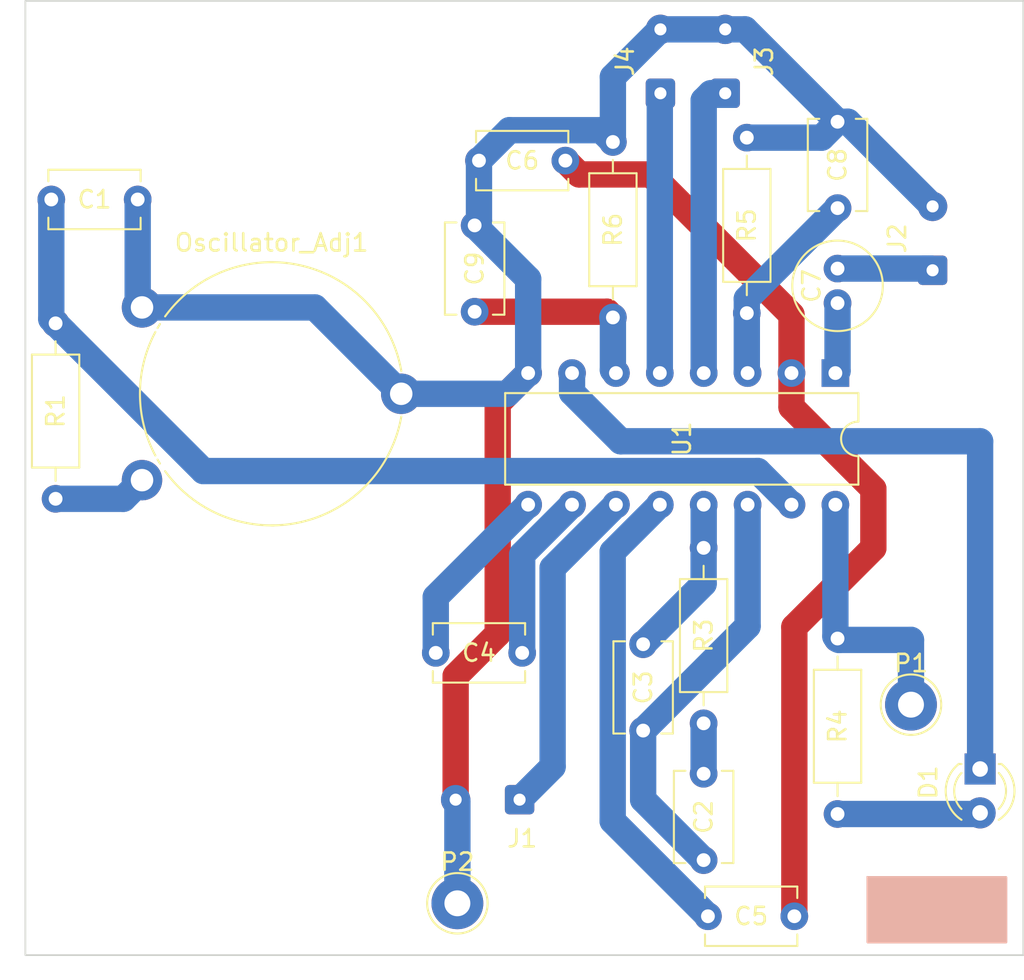
<source format=kicad_pcb>
(kicad_pcb (version 20211014) (generator pcbnew)
  (layers (0 "F.Cu" signal) (31 "B.Cu" signal) (34 "B.Paste" user) (35 "F.Paste" user) (36 "B.SilkS" user "B.Silkscreen") (37 "F.SilkS" user "F.Silkscreen") (38 "B.Mask" user) (39 "F.Mask" user) (44 "Edge.Cuts" user))
  (net 0 "")
  (net 1 "Net-(U1-Pad7)")
  (net 2 "Net-(R4-Pad2)")
  (net 3 "Net-(U1-Pad15)")
  (net 4 "Net-(Oscillator_Adj1-Pad1)")
  (net 5 "Net-(C3-Pad1)")
  (net 6 "Net-(U1-Pad13)")
  (net 7 "Net-(U1-Pad3)")
  (net 8 "GND")
  (net 9 "Net-(U1-Pad6)")
  (net 10 "Net-(U1-Pad1)")
  (net 11 "Net-(U1-Pad2)")
  (net 12 "Net-(U1-Pad4)")
  (net 13 "Net-(U1-Pad5)")
  (net 14 "Net-(U1-Pad9)")
  (net 15 "Net-(U1-Pad10)")
  (net 16 "Net-(U1-Pad11)")
  (net 17 "Net-(U1-Pad12)")
  (net 18 "Net-(C2-Pad1)")
  (net 19 "Net-(C7-Pad2)")
  (net 20 "Net-(P1-Pad1)")
  (footprint "Capacitor_THT:C_Disc_D5.1mm_W3.2mm_P5.00mm" (layer "F.Cu") (at 110.5 130 -90)
    (fp_text reference "C2" (at 2.5 0 90) (layer "F.SilkS"))
    (fp_text value "0.47uF")
    (fp_line (start 5.17 -1.721) (end 5.17 -1.055) (layer "F.SilkS") (width 0.12))
    (fp_line (start -0.17 -1.721) (end 5.17 -1.721) (layer "F.SilkS") (width 0.12))
    (fp_line (start -0.17 1.055) (end -0.17 1.721) (layer "F.SilkS") (width 0.12))
    (fp_line (start -0.17 1.721) (end 5.17 1.721) (layer "F.SilkS") (width 0.12))
    (fp_line (start -0.17 -1.721) (end -0.17 -1.055) (layer "F.SilkS") (width 0.12))
    (fp_line (start 5.17 1.055) (end 5.17 1.721) (layer "F.SilkS") (width 0.12))
    (pad "1" thru_hole circle (at 0 0 270) (size 1.6 1.6) (drill 0.8) (layers *.Cu *.Mask) (net 18 "Net-(C2-Pad1)"))
    (pad "2" thru_hole circle (at 5 0 270) (size 1.6 1.6) (drill 0.8) (layers *.Cu *.Mask) (net 5 "Net-(C3-Pad1)"))
  )
  (footprint "Capacitor_THT:C_Disc_D5.1mm_W3.2mm_P5.00mm" (layer "F.Cu") (at 97.25 103.25 90)
    (fp_text reference "C9" (at 2.5 0 90) (layer "F.SilkS"))
    (fp_text value "0.022uF")
    (fp_line (start -0.17 1.721) (end 5.17 1.721) (layer "F.SilkS") (width 0.12))
    (fp_line (start 5.17 -1.721) (end 5.17 -1.055) (layer "F.SilkS") (width 0.12))
    (fp_line (start -0.17 -1.721) (end -0.17 -1.055) (layer "F.SilkS") (width 0.12))
    (fp_line (start 5.17 1.055) (end 5.17 1.721) (layer "F.SilkS") (width 0.12))
    (fp_line (start -0.17 -1.721) (end 5.17 -1.721) (layer "F.SilkS") (width 0.12))
    (fp_line (start -0.17 1.055) (end -0.17 1.721) (layer "F.SilkS") (width 0.12))
    (pad "1" thru_hole circle (at 0 0 90) (size 1.6 1.6) (drill 0.8) (layers *.Cu *.Mask) (net 9 "Net-(U1-Pad6)"))
    (pad "2" thru_hole circle (at 5 0 90) (size 1.6 1.6) (drill 0.8) (layers *.Cu *.Mask) (net 8 "GND"))
  )
  (footprint "Capacitor_THT:C_Disc_D5.1mm_W3.2mm_P5.00mm" (layer "F.Cu") (at 72.75 96.75)
    (fp_text reference "C1" (at 2.5 0) (layer "F.SilkS"))
    (fp_text value "390pF")
    (fp_line (start -0.17 -1.721) (end -0.17 -1.055) (layer "F.SilkS") (width 0.12))
    (fp_line (start -0.17 1.055) (end -0.17 1.721) (layer "F.SilkS") (width 0.12))
    (fp_line (start -0.17 -1.721) (end 5.17 -1.721) (layer "F.SilkS") (width 0.12))
    (fp_line (start 5.17 1.055) (end 5.17 1.721) (layer "F.SilkS") (width 0.12))
    (fp_line (start 5.17 -1.721) (end 5.17 -1.055) (layer "F.SilkS") (width 0.12))
    (fp_line (start -0.17 1.721) (end 5.17 1.721) (layer "F.SilkS") (width 0.12))
    (pad "1" thru_hole circle (at 0 0) (size 1.6 1.6) (drill 0.8) (layers *.Cu *.Mask) (net 3 "Net-(U1-Pad15)"))
    (pad "2" thru_hole circle (at 5 0) (size 1.6 1.6) (drill 0.8) (layers *.Cu *.Mask) (net 8 "GND"))
  )
  (footprint "LED_THT:LED_D3.0mm" (layer "F.Cu") (at 126.5 129.725 -90)
    (fp_text reference "D1" (at 0.775 3 90) (layer "F.SilkS"))
    (fp_text value "LED")
    (fp_line (start -0.29 1.08) (end -0.29 1.236) (layer "F.SilkS") (width 0.12))
    (fp_line (start -0.29 -1.236) (end -0.29 -1.08) (layer "F.SilkS") (width 0.12))
    (fp_arc (start 0.229039 -1.08) (mid 1.270117 -1.5) (end 2.31113 -1.079837) (layer "F.SilkS") (width 0.12))
    (fp_arc (start 2.942335 1.078608) (mid 1.366487 1.987659) (end -0.29 1.235516) (layer "F.SilkS") (width 0.12))
    (fp_arc (start -0.29 -1.235516) (mid 1.366487 -1.987659) (end 2.942335 -1.078608) (layer "F.SilkS") (width 0.12))
    (fp_arc (start 2.31113 1.079837) (mid 1.270117 1.5) (end 0.229039 1.08) (layer "F.SilkS") (width 0.12))
    (pad "1" thru_hole rect (at 0 0 270) (size 1.8 1.8) (drill 0.9) (layers *.Cu *.Mask) (net 1 "Net-(U1-Pad7)"))
    (pad "2" thru_hole circle (at 2.54 0 270) (size 1.8 1.8) (drill 0.9) (layers *.Cu *.Mask) (net 2 "Net-(R4-Pad2)"))
  )
  (footprint "Resistor_THT:R_Axial_DIN0207_L6.3mm_D2.5mm_P10.16mm_Horizontal" (layer "F.Cu") (at 105.25 103.58 90)
    (fp_text reference "R6" (at 5.08 0 90) (layer "F.SilkS"))
    (fp_text value "3.9K")
    (fp_line (start 1.81 -1.37) (end 1.81 1.37) (layer "F.SilkS") (width 0.12))
    (fp_line (start 9.12 0) (end 8.35 0) (layer "F.SilkS") (width 0.12))
    (fp_line (start 1.81 1.37) (end 8.35 1.37) (layer "F.SilkS") (width 0.12))
    (fp_line (start 8.35 -1.37) (end 1.81 -1.37) (layer "F.SilkS") (width 0.12))
    (fp_line (start 8.35 1.37) (end 8.35 -1.37) (layer "F.SilkS") (width 0.12))
    (fp_line (start 1.04 0) (end 1.81 0) (layer "F.SilkS") (width 0.12))
    (pad "1" thru_hole circle (at 0 0 90) (size 1.6 1.6) (drill 0.8) (layers *.Cu *.Mask) (net 9 "Net-(U1-Pad6)"))
    (pad "2" thru_hole oval (at 10.16 0 90) (size 1.6 1.6) (drill 0.8) (layers *.Cu *.Mask) (net 8 "GND"))
  )
  (footprint "Resistor_THT:R_Axial_DIN0207_L6.3mm_D2.5mm_P10.16mm_Horizontal" (layer "F.Cu") (at 118.25 122.17 -90)
    (fp_text reference "R4" (at 5.08 0 90) (layer "F.SilkS"))
    (fp_text value "1K")
    (fp_line (start 1.81 1.37) (end 8.35 1.37) (layer "F.SilkS") (width 0.12))
    (fp_line (start 8.35 -1.37) (end 1.81 -1.37) (layer "F.SilkS") (width 0.12))
    (fp_line (start 8.35 1.37) (end 8.35 -1.37) (layer "F.SilkS") (width 0.12))
    (fp_line (start 1.04 0) (end 1.81 0) (layer "F.SilkS") (width 0.12))
    (fp_line (start 1.81 -1.37) (end 1.81 1.37) (layer "F.SilkS") (width 0.12))
    (fp_line (start 9.12 0) (end 8.35 0) (layer "F.SilkS") (width 0.12))
    (pad "1" thru_hole circle (at 0 0 270) (size 1.6 1.6) (drill 0.8) (layers *.Cu *.Mask) (net 20 "Net-(P1-Pad1)"))
    (pad "2" thru_hole oval (at 10.16 0 270) (size 1.6 1.6) (drill 0.8) (layers *.Cu *.Mask) (net 2 "Net-(R4-Pad2)"))
  )
  (footprint "Resistor_THT:R_Axial_DIN0207_L6.3mm_D2.5mm_P10.16mm_Horizontal" (layer "F.Cu") (at 73 103.92 -90)
    (fp_text reference "R1" (at 5.08 0 90) (layer "F.SilkS"))
    (fp_text value "21K")
    (fp_line (start 9.12 0) (end 8.35 0) (layer "F.SilkS") (width 0.12))
    (fp_line (start 1.81 -1.37) (end 1.81 1.37) (layer "F.SilkS") (width 0.12))
    (fp_line (start 8.35 1.37) (end 8.35 -1.37) (layer "F.SilkS") (width 0.12))
    (fp_line (start 1.81 1.37) (end 8.35 1.37) (layer "F.SilkS") (width 0.12))
    (fp_line (start 8.35 -1.37) (end 1.81 -1.37) (layer "F.SilkS") (width 0.12))
    (fp_line (start 1.04 0) (end 1.81 0) (layer "F.SilkS") (width 0.12))
    (pad "1" thru_hole circle (at 0 0 270) (size 1.6 1.6) (drill 0.8) (layers *.Cu *.Mask) (net 3 "Net-(U1-Pad15)"))
    (pad "2" thru_hole oval (at 10.16 0 270) (size 1.6 1.6) (drill 0.8) (layers *.Cu *.Mask) (net 4 "Net-(Oscillator_Adj1-Pad1)"))
  )
  (footprint "Capacitor_THT:C_Disc_D5.1mm_W3.2mm_P5.00mm" (layer "F.Cu") (at 95 123)
    (fp_text reference "C4" (at 2.5 0) (layer "F.SilkS"))
    (fp_text value "0.33uF")
    (fp_line (start -0.17 1.721) (end 5.17 1.721) (layer "F.SilkS") (width 0.12))
    (fp_line (start 5.17 1.055) (end 5.17 1.721) (layer "F.SilkS") (width 0.12))
    (fp_line (start -0.17 1.055) (end -0.17 1.721) (layer "F.SilkS") (width 0.12))
    (fp_line (start -0.17 -1.721) (end -0.17 -1.055) (layer "F.SilkS") (width 0.12))
    (fp_line (start 5.17 -1.721) (end 5.17 -1.055) (layer "F.SilkS") (width 0.12))
    (fp_line (start -0.17 -1.721) (end 5.17 -1.721) (layer "F.SilkS") (width 0.12))
    (pad "1" thru_hole circle (at 0 0) (size 1.6 1.6) (drill 0.8) (layers *.Cu *.Mask) (net 14 "Net-(U1-Pad9)"))
    (pad "2" thru_hole circle (at 5 0) (size 1.6 1.6) (drill 0.8) (layers *.Cu *.Mask) (net 15 "Net-(U1-Pad10)"))
  )
  (footprint "Capacitor_THT:C_Radial_D5.0mm_H11.0mm_P2.00mm" (layer "F.Cu") (at 118.25 102.75 90)
    (fp_text reference "C7" (at 1 -1.5 90) (layer "F.SilkS"))
    (fp_text value "2uF 16V")
    (fp_circle (center 1 0) (end 3.62 0) (layer "F.SilkS") (width 0.12) (fill none))
    (pad "1" thru_hole circle (at 0 0 90) (size 1.6 1.6) (drill 0.8) (layers *.Cu *.Mask) (net 10 "Net-(U1-Pad1)"))
    (pad "2" thru_hole circle (at 2 0 90) (size 1.6 1.6) (drill 0.8) (layers *.Cu *.Mask) (net 19 "Net-(C7-Pad2)"))
  )
  (footprint "TestPoint:TestPoint_THTPad_D3.0mm_Drill1.5mm" (layer "F.Cu") (at 122.5 126)
    (fp_text reference "P1" (at 0 -2.398) (layer "F.SilkS"))
    (fp_text value "+5V")
    (fp_circle (center 0 0) (end 0 1.75) (layer "F.SilkS") (width 0.12) (fill none))
    (pad "1" thru_hole circle (at 0 0) (size 3 3) (drill 1.5) (layers *.Cu *.Mask) (net 20 "Net-(P1-Pad1)"))
  )
  (footprint "Capacitor_THT:C_Disc_D5.1mm_W3.2mm_P5.00mm" (layer "F.Cu") (at 102.5 94.5 180)
    (fp_text reference "C6" (at 2.5 0) (layer "F.SilkS"))
    (fp_text value "0.0025uF")
    (fp_line (start -0.17 -1.721) (end -0.17 -1.055) (layer "F.SilkS") (width 0.12))
    (fp_line (start 5.17 -1.721) (end 5.17 -1.055) (layer "F.SilkS") (width 0.12))
    (fp_line (start 5.17 1.055) (end 5.17 1.721) (layer "F.SilkS") (width 0.12))
    (fp_line (start -0.17 1.055) (end -0.17 1.721) (layer "F.SilkS") (width 0.12))
    (fp_line (start -0.17 -1.721) (end 5.17 -1.721) (layer "F.SilkS") (width 0.12))
    (fp_line (start -0.17 1.721) (end 5.17 1.721) (layer "F.SilkS") (width 0.12))
    (pad "1" thru_hole circle (at 0 0 180) (size 1.6 1.6) (drill 0.8) (layers *.Cu *.Mask) (net 11 "Net-(U1-Pad2)"))
    (pad "2" thru_hole circle (at 5 0 180) (size 1.6 1.6) (drill 0.8) (layers *.Cu *.Mask) (net 8 "GND"))
  )
  (footprint "TestPoint:TestPoint_THTPad_D3.0mm_Drill1.5mm" (layer "F.Cu") (at 96.25 137.5)
    (fp_text reference "P2" (at 0 -2.398) (layer "F.SilkS"))
    (fp_text value "GND")
    (fp_circle (center 0 0) (end 0 1.75) (layer "F.SilkS") (width 0.12) (fill none))
    (pad "1" thru_hole circle (at 0 0) (size 3 3) (drill 1.5) (layers *.Cu *.Mask) (net 8 "GND"))
  )
  (footprint "Resistor_THT:R_Axial_DIN0207_L6.3mm_D2.5mm_P10.16mm_Horizontal" (layer "F.Cu") (at 110.5 127.08 90)
    (fp_text reference "R3" (at 5.08 0 90) (layer "F.SilkS"))
    (fp_text value "3.3K")
    (fp_line (start 1.81 1.37) (end 8.35 1.37) (layer "F.SilkS") (width 0.12))
    (fp_line (start 8.35 1.37) (end 8.35 -1.37) (layer "F.SilkS") (width 0.12))
    (fp_line (start 9.12 0) (end 8.35 0) (layer "F.SilkS") (width 0.12))
    (fp_line (start 8.35 -1.37) (end 1.81 -1.37) (layer "F.SilkS") (width 0.12))
    (fp_line (start 1.04 0) (end 1.81 0) (layer "F.SilkS") (width 0.12))
    (fp_line (start 1.81 -1.37) (end 1.81 1.37) (layer "F.SilkS") (width 0.12))
    (pad "1" thru_hole circle (at 0 0 90) (size 1.6 1.6) (drill 0.8) (layers *.Cu *.Mask) (net 18 "Net-(C2-Pad1)"))
    (pad "2" thru_hole oval (at 10.16 0 90) (size 1.6 1.6) (drill 0.8) (layers *.Cu *.Mask) (net 6 "Net-(U1-Pad13)"))
  )
  (footprint "Capacitor_THT:C_Disc_D5.1mm_W3.2mm_P5.00mm" (layer "F.Cu") (at 118.25 97.25 90)
    (fp_text reference "C8" (at 2.5 0 90) (layer "F.SilkS"))
    (fp_text value "0.022uF")
    (fp_line (start -0.17 -1.721) (end -0.17 -1.055) (layer "F.SilkS") (width 0.12))
    (fp_line (start -0.17 1.055) (end -0.17 1.721) (layer "F.SilkS") (width 0.12))
    (fp_line (start 5.17 1.055) (end 5.17 1.721) (layer "F.SilkS") (width 0.12))
    (fp_line (start 5.17 -1.721) (end 5.17 -1.055) (layer "F.SilkS") (width 0.12))
    (fp_line (start -0.17 -1.721) (end 5.17 -1.721) (layer "F.SilkS") (width 0.12))
    (fp_line (start -0.17 1.721) (end 5.17 1.721) (layer "F.SilkS") (width 0.12))
    (pad "1" thru_hole circle (at 0 0 90) (size 1.6 1.6) (drill 0.8) (layers *.Cu *.Mask) (net 7 "Net-(U1-Pad3)"))
    (pad "2" thru_hole circle (at 5 0 90) (size 1.6 1.6) (drill 0.8) (layers *.Cu *.Mask) (net 8 "GND"))
  )
  (footprint "Connector_Wire:SolderWire-0.127sqmm_1x02_P3.7mm_D0.48mm_OD1mm" (layer "F.Cu") (at 123.75 100.85 90)
    (fp_text reference "J2" (at 1.85 -2.05 90) (layer "F.SilkS"))
    (fp_text value "Input")
    (pad "1" thru_hole roundrect (at 0 0 90) (size 1.7 1.7) (drill 0.7) (layers *.Cu *.Mask) (roundrect_rratio 0.1470588235) (net 19 "Net-(C7-Pad2)"))
    (pad "2" thru_hole circle (at 3.7 0 90) (size 1.7 1.7) (drill 0.7) (layers *.Cu *.Mask) (net 8 "GND"))
  )
  (footprint "Connector_Wire:SolderWire-0.127sqmm_1x02_P3.7mm_D0.48mm_OD1mm" (layer "F.Cu") (at 111.75 90.6 90)
    (fp_text reference "J3" (at 1.85 2.25 90) (layer "F.SilkS"))
    (fp_text value "Left")
    (pad "1" thru_hole roundrect (at 0 0 90) (size 1.7 1.7) (drill 0.7) (layers *.Cu *.Mask) (roundrect_rratio 0.1470588235) (net 12 "Net-(U1-Pad4)"))
    (pad "2" thru_hole circle (at 3.7 0 90) (size 1.7 1.7) (drill 0.7) (layers *.Cu *.Mask) (net 8 "GND"))
  )
  (footprint "Package_DIP:DIP-16_W7.62mm" (layer "F.Cu") (at 118.125 106.8 -90)
    (fp_text reference "U1" (at 3.81 8.875 90) (layer "F.SilkS"))
    (fp_text value "LM1800")
    (fp_line (start 2.81 -1.33) (end 1.16 -1.33) (layer "F.SilkS") (width 0.12))
    (fp_line (start 6.46 -1.33) (end 4.81 -1.33) (layer "F.SilkS") (width 0.12))
    (fp_line (start 6.46 19.11) (end 6.46 -1.33) (layer "F.SilkS") (width 0.12))
    (fp_line (start 1.16 -1.33) (end 1.16 19.11) (layer "F.SilkS") (width 0.12))
    (fp_line (start 1.16 19.11) (end 6.46 19.11) (layer "F.SilkS") (width 0.12))
    (fp_arc (start 4.81 -1.33) (mid 3.81 -0.33) (end 2.81 -1.33) (layer "F.SilkS") (width 0.12))
    (pad "1" thru_hole rect (at 0 0 270) (size 1.6 1.6) (drill 0.8) (layers *.Cu *.Mask) (net 10 "Net-(U1-Pad1)"))
    (pad "2" thru_hole oval (at 0 2.54 270) (size 1.6 1.6) (drill 0.8) (layers *.Cu *.Mask) (net 11 "Net-(U1-Pad2)"))
    (pad "3" thru_hole oval (at 0 5.08 270) (size 1.6 1.6) (drill 0.8) (layers *.Cu *.Mask) (net 7 "Net-(U1-Pad3)"))
    (pad "4" thru_hole oval (at 0 7.62 270) (size 1.6 1.6) (drill 0.8) (layers *.Cu *.Mask) (net 12 "Net-(U1-Pad4)"))
    (pad "5" thru_hole oval (at 0 10.16 270) (size 1.6 1.6) (drill 0.8) (layers *.Cu *.Mask) (net 13 "Net-(U1-Pad5)"))
    (pad "6" thru_hole oval (at 0 12.7 270) (size 1.6 1.6) (drill 0.8) (layers *.Cu *.Mask) (net 9 "Net-(U1-Pad6)"))
    (pad "7" thru_hole oval (at 0 15.24 270) (size 1.6 1.6) (drill 0.8) (layers *.Cu *.Mask) (net 1 "Net-(U1-Pad7)"))
    (pad "8" thru_hole oval (at 0 17.78 270) (size 1.6 1.6) (drill 0.8) (layers *.Cu *.Mask) (net 8 "GND"))
    (pad "9" thru_hole oval (at 7.62 17.78 270) (size 1.6 1.6) (drill 0.8) (layers *.Cu *.Mask) (net 14 "Net-(U1-Pad9)"))
    (pad "10" thru_hole oval (at 7.62 15.24 270) (size 1.6 1.6) (drill 0.8) (layers *.Cu *.Mask) (net 15 "Net-(U1-Pad10)"))
    (pad "11" thru_hole oval (at 7.62 12.7 270) (size 1.6 1.6) (drill 0.8) (layers *.Cu *.Mask) (net 16 "Net-(U1-Pad11)"))
    (pad "12" thru_hole oval (at 7.62 10.16 270) (size 1.6 1.6) (drill 0.8) (layers *.Cu *.Mask) (net 17 "Net-(U1-Pad12)"))
    (pad "13" thru_hole oval (at 7.62 7.62 270) (size 1.6 1.6) (drill 0.8) (layers *.Cu *.Mask) (net 6 "Net-(U1-Pad13)"))
    (pad "14" thru_hole oval (at 7.62 5.08 270) (size 1.6 1.6) (drill 0.8) (layers *.Cu *.Mask) (net 5 "Net-(C3-Pad1)"))
    (pad "15" thru_hole oval (at 7.62 2.54 270) (size 1.6 1.6) (drill 0.8) (layers *.Cu *.Mask) (net 3 "Net-(U1-Pad15)"))
    (pad "16" thru_hole oval (at 7.62 0 270) (size 1.6 1.6) (drill 0.8) (layers *.Cu *.Mask) (net 20 "Net-(P1-Pad1)"))
  )
  (footprint "Potentiometer_THT:Potentiometer_Piher_PT-15-V15_Vertical" (layer "F.Cu") (at 78 113)
    (fp_text reference "Oscillator_Adj1" (at 7.5 -13.75) (layer "F.SilkS"))
    (fp_text value "5K")
    (fp_arc (start 1.037952 -0.963019) (mid 0.968481 -1.076412) (end 0.901 -1.191) (layer "F.SilkS") (width 0.12))
    (fp_arc (start 0.902012 -8.810055) (mid 0.969511 -8.924626) (end 1.039 -9.038) (layer "F.SilkS") (width 0.12))
    (fp_arc (start 1.335622 -9.480307) (mid 9.21553 -12.424935) (end 15.005 -6.322) (layer "F.SilkS") (width 0.12))
    (fp_arc (start 15.004235 -3.676801) (mid 12.398042 0.837259) (end 7.5 2.62) (layer "F.SilkS") (width 0.12))
    (fp_arc (start 0.772013 -1.423856) (mid -0.119358 -5.001051) (end 0.773 -8.578) (layer "F.SilkS") (width 0.12))
    (fp_arc (start 7.632064 2.618548) (mid 4.099288 1.818715) (end 1.335 -0.522) (layer "F.SilkS") (width 0.12))
    (pad "1" thru_hole circle (at 0 0) (size 2.34 2.34) (drill 1.3) (layers *.Cu *.Mask) (net 4 "Net-(Oscillator_Adj1-Pad1)"))
    (pad "2" thru_hole circle (at 15 -5) (size 2.34 2.34) (drill 1.3) (layers *.Cu *.Mask) (net 8 "GND"))
    (pad "3" thru_hole circle (at 0 -10) (size 2.34 2.34) (drill 1.3) (layers *.Cu *.Mask) (net 8 "GND"))
  )
  (footprint "Connector_Wire:SolderWire-0.127sqmm_1x02_P3.7mm_D0.48mm_OD1mm" (layer "F.Cu") (at 108 90.6 90)
    (fp_text reference "J4" (at 1.85 -2.05 90) (layer "F.SilkS"))
    (fp_text value "Right")
    (pad "1" thru_hole roundrect (at 0 0 90) (size 1.7 1.7) (drill 0.7) (layers *.Cu *.Mask) (roundrect_rratio 0.1470588235) (net 13 "Net-(U1-Pad5)"))
    (pad "2" thru_hole circle (at 3.7 0 90) (size 1.7 1.7) (drill 0.7) (layers *.Cu *.Mask) (net 8 "GND"))
  )
  (footprint "Resistor_THT:R_Axial_DIN0207_L6.3mm_D2.5mm_P10.16mm_Horizontal" (layer "F.Cu") (at 113 103.33 90)
    (fp_text reference "R5" (at 5.08 0 90) (layer "F.SilkS"))
    (fp_text value "3.9K")
    (fp_line (start 9.12 0) (end 8.35 0) (layer "F.SilkS") (width 0.12))
    (fp_line (start 8.35 -1.37) (end 1.81 -1.37) (layer "F.SilkS") (width 0.12))
    (fp_line (start 1.81 1.37) (end 8.35 1.37) (layer "F.SilkS") (width 0.12))
    (fp_line (start 8.35 1.37) (end 8.35 -1.37) (layer "F.SilkS") (width 0.12))
    (fp_line (start 1.04 0) (end 1.81 0) (layer "F.SilkS") (width 0.12))
    (fp_line (start 1.81 -1.37) (end 1.81 1.37) (layer "F.SilkS") (width 0.12))
    (pad "1" thru_hole circle (at 0 0 90) (size 1.6 1.6) (drill 0.8) (layers *.Cu *.Mask) (net 7 "Net-(U1-Pad3)"))
    (pad "2" thru_hole oval (at 10.16 0 90) (size 1.6 1.6) (drill 0.8) (layers *.Cu *.Mask) (net 8 "GND"))
  )
  (footprint "Connector_Wire:SolderWire-0.127sqmm_1x02_P3.7mm_D0.48mm_OD1mm" (layer "F.Cu") (at 99.85 131.5 180)
    (fp_text reference "J1" (at -0.15 -2.25) (layer "F.SilkS"))
    (fp_text value "19kHz  Monitor")
    (pad "1" thru_hole roundrect (at 0 0 180) (size 1.7 1.7) (drill 0.7) (layers *.Cu *.Mask) (roundrect_rratio 0.1470588235) (net 16 "Net-(U1-Pad11)"))
    (pad "2" thru_hole circle (at 3.7 0 180) (size 1.7 1.7) (drill 0.7) (layers *.Cu *.Mask) (net 8 "GND"))
  )
  (footprint "Capacitor_THT:C_Disc_D5.1mm_W3.2mm_P5.00mm" (layer "F.Cu") (at 110.75 138.25)
    (fp_text reference "C5" (at 2.5 0) (layer "F.SilkS"))
    (fp_text value "0.033uF")
    (fp_line (start -0.17 1.721) (end 5.17 1.721) (layer "F.SilkS") (width 0.12))
    (fp_line (start 5.17 -1.721) (end 5.17 -1.055) (layer "F.SilkS") (width 0.12))
    (fp_line (start 5.17 1.055) (end 5.17 1.721) (layer "F.SilkS") (width 0.12))
    (fp_line (start -0.17 1.055) (end -0.17 1.721) (layer "F.SilkS") (width 0.12))
    (fp_line (start -0.17 -1.721) (end -0.17 -1.055) (layer "F.SilkS") (width 0.12))
    (fp_line (start -0.17 -1.721) (end 5.17 -1.721) (layer "F.SilkS") (width 0.12))
    (pad "1" thru_hole circle (at 0 0) (size 1.6 1.6) (drill 0.8) (layers *.Cu *.Mask) (net 17 "Net-(U1-Pad12)"))
    (pad "2" thru_hole circle (at 5 0) (size 1.6 1.6) (drill 0.8) (layers *.Cu *.Mask) (net 11 "Net-(U1-Pad2)"))
  )
  (footprint "Capacitor_THT:C_Disc_D5.1mm_W3.2mm_P5.00mm" (layer "F.Cu") (at 107 127.5 90)
    (fp_text reference "C3" (at 2.5 0 90) (layer "F.SilkS"))
    (fp_text value "0.22uF")
    (fp_line (start 5.17 1.055) (end 5.17 1.721) (layer "F.SilkS") (width 0.12))
    (fp_line (start 5.17 -1.721) (end 5.17 -1.055) (layer "F.SilkS") (width 0.12))
    (fp_line (start -0.17 1.055) (end -0.17 1.721) (layer "F.SilkS") (width 0.12))
    (fp_line (start -0.17 1.721) (end 5.17 1.721) (layer "F.SilkS") (width 0.12))
    (fp_line (start -0.17 -1.721) (end -0.17 -1.055) (layer "F.SilkS") (width 0.12))
    (fp_line (start -0.17 -1.721) (end 5.17 -1.721) (layer "F.SilkS") (width 0.12))
    (pad "1" thru_hole circle (at 0 0 90) (size 1.6 1.6) (drill 0.8) (layers *.Cu *.Mask) (net 5 "Net-(C3-Pad1)"))
    (pad "2" thru_hole circle (at 5 0 90) (size 1.6 1.6) (drill 0.8) (layers *.Cu *.Mask) (net 6 "Net-(U1-Pad13)"))
  )
  (gr_rect (start 128 139.75) (end 120 136) (layer "B.SilkS") (width 0.15) (fill solid))
  (gr_rect (start 129 85.25) (end 71.25 140.5) (layer "Edge.Cuts") (width 0.1) (fill none))
  (gr_text "FHS2023" (at 124 139) (layer "F.SilkS") (effects (font (size 1 1))))
  (segment (start 105.70363 110.75) (end 126.5 110.75) (width 1.524) (layer "B.Cu") (net 1))
  (segment (start 102.885 106.8) (end 102.885 107.93137) (width 1.524) (layer "B.Cu") (net 1))
  (segment (start 102.885 107.93137) (end 105.70363 110.75) (width 1.524) (layer "B.Cu") (net 1))
  (segment (start 126.5 110.75) (end 126.5 129.725) (width 1.524) (layer "B.Cu") (net 1))
  (segment (start 118.25 132.33) (end 126.435 132.33) (width 1.524) (layer "B.Cu") (net 2))
  (segment (start 72.75 96.75) (end 72.75 103.67) (width 1.524) (layer "B.Cu") (net 3))
  (segment (start 73 103.92) (end 73.54 104.46) (width 1.524) (layer "B.Cu") (net 3))
  (segment (start 72.75 103.67) (end 73.54 104.46) (width 1.524) (layer "B.Cu") (net 3))
  (segment (start 113.63852 112.47352) (end 115.585 114.42) (width 1.524) (layer "B.Cu") (net 3))
  (segment (start 81.55352 112.47352) (end 113.63852 112.47352) (width 1.524) (layer "B.Cu") (net 3))
  (segment (start 73.54 104.46) (end 81.55352 112.47352) (width 1.524) (layer "B.Cu") (net 3))
  (segment (start 76.92 114.08) (end 78 113) (width 1.524) (layer "B.Cu") (net 4))
  (segment (start 73 114.08) (end 76.92 114.08) (width 1.524) (layer "B.Cu") (net 4))
  (segment (start 113.045 114.42) (end 113.045 121.455) (width 1.524) (layer "B.Cu") (net 5))
  (segment (start 113.045 121.455) (end 107 127.5) (width 1.524) (layer "B.Cu") (net 5))
  (segment (start 107 127.5) (end 107 131.5) (width 1.524) (layer "B.Cu") (net 5))
  (segment (start 107 131.5) (end 110.5 135) (width 1.524) (layer "B.Cu") (net 5))
  (segment (start 110.5 116.92) (end 110.5 119) (width 1.524) (layer "B.Cu") (net 6))
  (segment (start 110.5 119) (end 107 122.5) (width 1.524) (layer "B.Cu") (net 6))
  (segment (start 110.505 114.42) (end 110.505 116.915) (width 1.524) (layer "B.Cu") (net 6))
  (segment (start 113 103.33) (end 113 102.5) (width 1.524) (layer "B.Cu") (net 7))
  (segment (start 113 106.755) (end 113.045 106.8) (width 1.524) (layer "B.Cu") (net 7))
  (segment (start 113 103.33) (end 113 106.755) (width 1.524) (layer "B.Cu") (net 7))
  (segment (start 113 102.5) (end 118.25 97.25) (width 1.524) (layer "B.Cu") (net 7))
  (segment (start 98.583489 121.907665) (end 98.583489 108.561511) (width 1.524) (layer "F.Cu") (net 8))
  (segment (start 98.583489 108.561511) (end 100.345 106.8) (width 1.524) (layer "F.Cu") (net 8))
  (segment (start 96.15 124.341154) (end 98.583489 121.907665) (width 1.524) (layer "F.Cu") (net 8))
  (segment (start 96.15 131.5) (end 96.15 124.341154) (width 1.524) (layer "F.Cu") (net 8))
  (segment (start 118.85 92.25) (end 123.75 97.15) (width 1.524) (layer "B.Cu") (net 8))
  (segment (start 99.145 108) (end 100.345 106.8) (width 1.524) (layer "B.Cu") (net 8))
  (segment (start 112.9 86.9) (end 118.25 92.25) (width 1.524) (layer "B.Cu") (net 8))
  (segment (start 97.5 94.5) (end 97.5 98) (width 1.524) (layer "B.Cu") (net 8))
  (segment (start 96.25 131.6) (end 96.15 131.5) (width 1.524) (layer "B.Cu") (net 8))
  (segment (start 105.25 89.65) (end 105.25 93.42) (width 1.524) (layer "B.Cu") (net 8))
  (segment (start 78 103) (end 88 103) (width 1.524) (layer "B.Cu") (net 8))
  (segment (start 117.33 93.17) (end 118.25 92.25) (width 1.524) (layer "B.Cu") (net 8))
  (segment (start 97.5 98) (end 97.25 98.25) (width 1.524) (layer "B.Cu") (net 8))
  (segment (start 93 108) (end 99.145 108) (width 1.524) (layer "B.Cu") (net 8))
  (segment (start 108 86.9) (end 105.25 89.65) (width 1.524) (layer "B.Cu") (net 8))
  (segment (start 97.25 98.25) (end 100.345 101.345) (width 1.524) (layer "B.Cu") (net 8))
  (segment (start 88 103) (end 93 108) (width 1.524) (layer "B.Cu") (net 8))
  (segment (start 113 93.17) (end 117.33 93.17) (width 1.524) (layer "B.Cu") (net 8))
  (segment (start 77.75 96.75) (end 77.75 102.75) (width 1.524) (layer "B.Cu") (net 8))
  (segment (start 118.25 92.25) (end 118.85 92.25) (width 1.524) (layer "B.Cu") (net 8))
  (segment (start 96.25 137.5) (end 96.25 131.6) (width 1.524) (layer "B.Cu") (net 8))
  (segment (start 108 86.9) (end 111.75 86.9) (width 1.524) (layer "B.Cu") (net 8))
  (segment (start 100.345 101.345) (end 100.345 106.8) (width 1.524) (layer "B.Cu") (net 8))
  (segment (start 104.568489 92.738489) (end 105.25 93.42) (width 1.524) (layer "B.Cu") (net 8))
  (segment (start 97.5 94.5) (end 99.261511 92.738489) (width 1.524) (layer "B.Cu") (net 8))
  (segment (start 111.75 86.9) (end 112.9 86.9) (width 1.524) (layer "B.Cu") (net 8))
  (segment (start 99.261511 92.738489) (end 104.568489 92.738489) (width 1.524) (layer "B.Cu") (net 8))
  (segment (start 97.25 103.25) (end 104.92 103.25) (width 1.524) (layer "F.Cu") (net 9))
  (segment (start 104.92 103.25) (end 105.25 103.58) (width 1.524) (layer "F.Cu") (net 9))
  (segment (start 105.25 106.625) (end 105.425 106.8) (width 1.524) (layer "B.Cu") (net 9))
  (segment (start 105.25 103.58) (end 105.25 106.625) (width 1.524) (layer "B.Cu") (net 9))
  (segment (start 118.25 106.675) (end 118.125 106.8) (width 1.524) (layer "B.Cu") (net 10))
  (segment (start 118.25 102.75) (end 118.25 106.675) (width 1.524) (layer "B.Cu") (net 10))
  (segment (start 115.585 103.423846) (end 107.461153 95.299999) (width 1.524) (layer "F.Cu") (net 11))
  (segment (start 120.321511 116.928489) (end 115.75 121.5) (width 1.524) (layer "F.Cu") (net 11))
  (segment (start 107.461153 95.299999) (end 103.299999 95.299999) (width 1.524) (layer "F.Cu") (net 11))
  (segment (start 120.321511 113.510174) (end 120.321511 116.928489) (width 1.524) (layer "F.Cu") (net 11))
  (segment (start 115.75 121.5) (end 115.75 138.25) (width 1.524) (layer "F.Cu") (net 11))
  (segment (start 103.299999 95.299999) (end 102.5 94.5) (width 1.524) (layer "F.Cu") (net 11))
  (segment (start 115.585 106.8) (end 115.585 103.423846) (width 1.524) (layer "F.Cu") (net 11))
  (segment (start 115.585 108.773663) (end 120.321511 113.510174) (width 1.524) (layer "F.Cu") (net 11))
  (segment (start 115.585 106.8) (end 115.585 108.773663) (width 1.524) (layer "F.Cu") (net 11))
  (segment (start 110.505 91.008348) (end 110.505 106.8) (width 1.524) (layer "B.Cu") (net 12))
  (segment (start 110.913348 90.6) (end 110.505 91.008348) (width 1.524) (layer "B.Cu") (net 12))
  (segment (start 111.75 90.6) (end 110.913348 90.6) (width 1.524) (layer "B.Cu") (net 12))
  (segment (start 107.965 90.635) (end 107.965 106.8) (width 1.524) (layer "B.Cu") (net 13))
  (segment (start 100.345 114.42) (end 95 119.765) (width 1.524) (layer "B.Cu") (net 14))
  (segment (start 95 119.765) (end 95 123) (width 1.524) (layer "B.Cu") (net 14))
  (segment (start 102.885 114.42) (end 100 117.305) (width 1.524) (layer "B.Cu") (net 15))
  (segment (start 100 117.305) (end 100 123) (width 1.524) (layer "B.Cu") (net 15))
  (segment (start 101.761511 118.083489) (end 101.761511 129.588489) (width 1.524) (layer "B.Cu") (net 16))
  (segment (start 101.761511 129.588489) (end 99.85 131.5) (width 1.524) (layer "B.Cu") (net 16))
  (segment (start 105.425 114.42) (end 101.761511 118.083489) (width 1.524) (layer "B.Cu") (net 16))
  (segment (start 105.238489 132.738489) (end 110.75 138.25) (width 1.524) (layer "B.Cu") (net 17))
  (segment (start 107.965 114.42) (end 105.238489 117.146511) (width 1.524) (layer "B.Cu") (net 17))
  (segment (start 105.238489 117.146511) (end 105.238489 132.738489) (width 1.524) (layer "B.Cu") (net 17))
  (segment (start 110.5 127.08) (end 110.5 130) (width 1.524) (layer "B.Cu") (net 18))
  (segment (start 123.65 100.75) (end 123.75 100.85) (width 1.524) (layer "B.Cu") (net 19))
  (segment (start 118.25 100.75) (end 123.65 100.75) (width 1.524) (layer "B.Cu") (net 19))
  (segment (start 118.125 114.42) (end 118.125 122.045) (width 1.524) (layer "B.Cu") (net 20))
  (segment (start 118.33 122.25) (end 118.25 122.17) (width 1.524) (layer "B.Cu") (net 20))
  (segment (start 118.125 122.045) (end 118.25 122.17) (width 1.524) (layer "B.Cu") (net 20))
  (segment (start 122.5 122.25) (end 118.33 122.25) (width 1.524) (layer "B.Cu") (net 20))
  (segment (start 122.5 122.25) (end 122.5 126) (width 1.524) (layer "B.Cu") (net 20))
)
</source>
